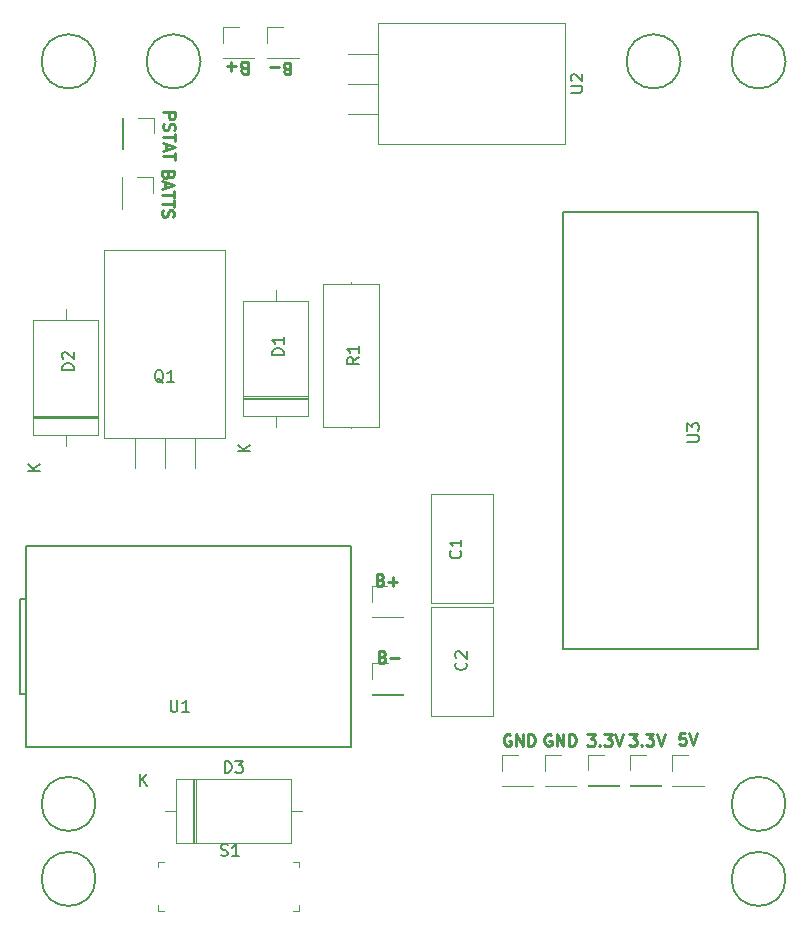
<source format=gbr>
G04 #@! TF.GenerationSoftware,KiCad,Pcbnew,5.0.2+dfsg1-1~bpo9+1*
G04 #@! TF.CreationDate,2019-02-15T20:18:05-06:00*
G04 #@! TF.ProjectId,BatteryBoard,42617474-6572-4794-926f-6172642e6b69,rev?*
G04 #@! TF.SameCoordinates,Original*
G04 #@! TF.FileFunction,Legend,Top*
G04 #@! TF.FilePolarity,Positive*
%FSLAX46Y46*%
G04 Gerber Fmt 4.6, Leading zero omitted, Abs format (unit mm)*
G04 Created by KiCad (PCBNEW 5.0.2+dfsg1-1~bpo9+1) date vie 15 feb 2019 20:18:05 CST*
%MOMM*%
%LPD*%
G01*
G04 APERTURE LIST*
%ADD10C,0.240000*%
%ADD11C,0.250000*%
%ADD12C,0.200000*%
%ADD13C,0.150000*%
%ADD14C,0.120000*%
%ADD15C,0.100000*%
G04 APERTURE END LIST*
D10*
X112434619Y-74290228D02*
X112291761Y-74242609D01*
X112244142Y-74194990D01*
X112196523Y-74099752D01*
X112196523Y-73956895D01*
X112244142Y-73861657D01*
X112291761Y-73814038D01*
X112387000Y-73766419D01*
X112767952Y-73766419D01*
X112767952Y-74766419D01*
X112434619Y-74766419D01*
X112339380Y-74718800D01*
X112291761Y-74671180D01*
X112244142Y-74575942D01*
X112244142Y-74480704D01*
X112291761Y-74385466D01*
X112339380Y-74337847D01*
X112434619Y-74290228D01*
X112767952Y-74290228D01*
X111767952Y-74147371D02*
X111006047Y-74147371D01*
X108802419Y-74214028D02*
X108659561Y-74166409D01*
X108611942Y-74118790D01*
X108564323Y-74023552D01*
X108564323Y-73880695D01*
X108611942Y-73785457D01*
X108659561Y-73737838D01*
X108754800Y-73690219D01*
X109135752Y-73690219D01*
X109135752Y-74690219D01*
X108802419Y-74690219D01*
X108707180Y-74642600D01*
X108659561Y-74594980D01*
X108611942Y-74499742D01*
X108611942Y-74404504D01*
X108659561Y-74309266D01*
X108707180Y-74261647D01*
X108802419Y-74214028D01*
X109135752Y-74214028D01*
X108135752Y-74071171D02*
X107373847Y-74071171D01*
X107754800Y-73690219D02*
X107754800Y-74452123D01*
X120572280Y-124071071D02*
X120715138Y-124118690D01*
X120762757Y-124166309D01*
X120810376Y-124261547D01*
X120810376Y-124404404D01*
X120762757Y-124499642D01*
X120715138Y-124547261D01*
X120619900Y-124594880D01*
X120238947Y-124594880D01*
X120238947Y-123594880D01*
X120572280Y-123594880D01*
X120667519Y-123642500D01*
X120715138Y-123690119D01*
X120762757Y-123785357D01*
X120762757Y-123880595D01*
X120715138Y-123975833D01*
X120667519Y-124023452D01*
X120572280Y-124071071D01*
X120238947Y-124071071D01*
X121238947Y-124213928D02*
X122000852Y-124213928D01*
X120394480Y-117555971D02*
X120537338Y-117603590D01*
X120584957Y-117651209D01*
X120632576Y-117746447D01*
X120632576Y-117889304D01*
X120584957Y-117984542D01*
X120537338Y-118032161D01*
X120442100Y-118079780D01*
X120061147Y-118079780D01*
X120061147Y-117079780D01*
X120394480Y-117079780D01*
X120489719Y-117127400D01*
X120537338Y-117175019D01*
X120584957Y-117270257D01*
X120584957Y-117365495D01*
X120537338Y-117460733D01*
X120489719Y-117508352D01*
X120394480Y-117555971D01*
X120061147Y-117555971D01*
X121061147Y-117698828D02*
X121823052Y-117698828D01*
X121442100Y-118079780D02*
X121442100Y-117317876D01*
D11*
X102420728Y-83266161D02*
X102373109Y-83409019D01*
X102325490Y-83456638D01*
X102230252Y-83504257D01*
X102087395Y-83504257D01*
X101992157Y-83456638D01*
X101944538Y-83409019D01*
X101896919Y-83313780D01*
X101896919Y-82932828D01*
X102896919Y-82932828D01*
X102896919Y-83266161D01*
X102849300Y-83361400D01*
X102801680Y-83409019D01*
X102706442Y-83456638D01*
X102611204Y-83456638D01*
X102515966Y-83409019D01*
X102468347Y-83361400D01*
X102420728Y-83266161D01*
X102420728Y-82932828D01*
X102182633Y-83885209D02*
X102182633Y-84361400D01*
X101896919Y-83789971D02*
X102896919Y-84123304D01*
X101896919Y-84456638D01*
X102896919Y-84647114D02*
X102896919Y-85218542D01*
X101896919Y-84932828D02*
X102896919Y-84932828D01*
X102896919Y-85409019D02*
X102896919Y-85980447D01*
X101896919Y-85694733D02*
X102896919Y-85694733D01*
X101944538Y-86266161D02*
X101896919Y-86409019D01*
X101896919Y-86647114D01*
X101944538Y-86742352D01*
X101992157Y-86789971D01*
X102087395Y-86837590D01*
X102182633Y-86837590D01*
X102277871Y-86789971D01*
X102325490Y-86742352D01*
X102373109Y-86647114D01*
X102420728Y-86456638D01*
X102468347Y-86361400D01*
X102515966Y-86313780D01*
X102611204Y-86266161D01*
X102706442Y-86266161D01*
X102801680Y-86313780D01*
X102849300Y-86361400D01*
X102896919Y-86456638D01*
X102896919Y-86694733D01*
X102849300Y-86837590D01*
X101985819Y-77979828D02*
X102985819Y-77979828D01*
X102985819Y-78360780D01*
X102938200Y-78456019D01*
X102890580Y-78503638D01*
X102795342Y-78551257D01*
X102652485Y-78551257D01*
X102557247Y-78503638D01*
X102509628Y-78456019D01*
X102462009Y-78360780D01*
X102462009Y-77979828D01*
X102033438Y-78932209D02*
X101985819Y-79075066D01*
X101985819Y-79313161D01*
X102033438Y-79408400D01*
X102081057Y-79456019D01*
X102176295Y-79503638D01*
X102271533Y-79503638D01*
X102366771Y-79456019D01*
X102414390Y-79408400D01*
X102462009Y-79313161D01*
X102509628Y-79122685D01*
X102557247Y-79027447D01*
X102604866Y-78979828D01*
X102700104Y-78932209D01*
X102795342Y-78932209D01*
X102890580Y-78979828D01*
X102938200Y-79027447D01*
X102985819Y-79122685D01*
X102985819Y-79360780D01*
X102938200Y-79503638D01*
X102985819Y-79789352D02*
X102985819Y-80360780D01*
X101985819Y-80075066D02*
X102985819Y-80075066D01*
X102271533Y-80646495D02*
X102271533Y-81122685D01*
X101985819Y-80551257D02*
X102985819Y-80884590D01*
X101985819Y-81217923D01*
X102985819Y-81408400D02*
X102985819Y-81979828D01*
X101985819Y-81694114D02*
X102985819Y-81694114D01*
D12*
X96269525Y-136525000D02*
G75*
G03X96269525Y-136525000I-2289525J0D01*
G01*
X96269525Y-142875000D02*
G75*
G03X96269525Y-142875000I-2289525J0D01*
G01*
X154689525Y-142875000D02*
G75*
G03X154689525Y-142875000I-2289525J0D01*
G01*
X154689525Y-136525000D02*
G75*
G03X154689525Y-136525000I-2289525J0D01*
G01*
X96269525Y-73660000D02*
G75*
G03X96269525Y-73660000I-2289525J0D01*
G01*
X105159525Y-73660000D02*
G75*
G03X105159525Y-73660000I-2289525J0D01*
G01*
X154689525Y-73660000D02*
G75*
G03X154689525Y-73660000I-2289525J0D01*
G01*
X145799525Y-73660000D02*
G75*
G03X145799525Y-73660000I-2289525J0D01*
G01*
D11*
X131381595Y-130665600D02*
X131286357Y-130617980D01*
X131143500Y-130617980D01*
X131000642Y-130665600D01*
X130905404Y-130760838D01*
X130857785Y-130856076D01*
X130810166Y-131046552D01*
X130810166Y-131189409D01*
X130857785Y-131379885D01*
X130905404Y-131475123D01*
X131000642Y-131570361D01*
X131143500Y-131617980D01*
X131238738Y-131617980D01*
X131381595Y-131570361D01*
X131429214Y-131522742D01*
X131429214Y-131189409D01*
X131238738Y-131189409D01*
X131857785Y-131617980D02*
X131857785Y-130617980D01*
X132429214Y-131617980D01*
X132429214Y-130617980D01*
X132905404Y-131617980D02*
X132905404Y-130617980D01*
X133143500Y-130617980D01*
X133286357Y-130665600D01*
X133381595Y-130760838D01*
X133429214Y-130856076D01*
X133476833Y-131046552D01*
X133476833Y-131189409D01*
X133429214Y-131379885D01*
X133381595Y-131475123D01*
X133286357Y-131570361D01*
X133143500Y-131617980D01*
X132905404Y-131617980D01*
X134835995Y-130652900D02*
X134740757Y-130605280D01*
X134597900Y-130605280D01*
X134455042Y-130652900D01*
X134359804Y-130748138D01*
X134312185Y-130843376D01*
X134264566Y-131033852D01*
X134264566Y-131176709D01*
X134312185Y-131367185D01*
X134359804Y-131462423D01*
X134455042Y-131557661D01*
X134597900Y-131605280D01*
X134693138Y-131605280D01*
X134835995Y-131557661D01*
X134883614Y-131510042D01*
X134883614Y-131176709D01*
X134693138Y-131176709D01*
X135312185Y-131605280D02*
X135312185Y-130605280D01*
X135883614Y-131605280D01*
X135883614Y-130605280D01*
X136359804Y-131605280D02*
X136359804Y-130605280D01*
X136597900Y-130605280D01*
X136740757Y-130652900D01*
X136835995Y-130748138D01*
X136883614Y-130843376D01*
X136931233Y-131033852D01*
X136931233Y-131176709D01*
X136883614Y-131367185D01*
X136835995Y-131462423D01*
X136740757Y-131557661D01*
X136597900Y-131605280D01*
X136359804Y-131605280D01*
X146202423Y-130529080D02*
X145726233Y-130529080D01*
X145678614Y-131005271D01*
X145726233Y-130957652D01*
X145821471Y-130910033D01*
X146059566Y-130910033D01*
X146154804Y-130957652D01*
X146202423Y-131005271D01*
X146250042Y-131100509D01*
X146250042Y-131338604D01*
X146202423Y-131433842D01*
X146154804Y-131481461D01*
X146059566Y-131529080D01*
X145821471Y-131529080D01*
X145726233Y-131481461D01*
X145678614Y-131433842D01*
X146535757Y-130529080D02*
X146869090Y-131529080D01*
X147202423Y-130529080D01*
X137906309Y-130643380D02*
X138525357Y-130643380D01*
X138192023Y-131024333D01*
X138334880Y-131024333D01*
X138430119Y-131071952D01*
X138477738Y-131119571D01*
X138525357Y-131214809D01*
X138525357Y-131452904D01*
X138477738Y-131548142D01*
X138430119Y-131595761D01*
X138334880Y-131643380D01*
X138049166Y-131643380D01*
X137953928Y-131595761D01*
X137906309Y-131548142D01*
X138953928Y-131548142D02*
X139001547Y-131595761D01*
X138953928Y-131643380D01*
X138906309Y-131595761D01*
X138953928Y-131548142D01*
X138953928Y-131643380D01*
X139334880Y-130643380D02*
X139953928Y-130643380D01*
X139620595Y-131024333D01*
X139763452Y-131024333D01*
X139858690Y-131071952D01*
X139906309Y-131119571D01*
X139953928Y-131214809D01*
X139953928Y-131452904D01*
X139906309Y-131548142D01*
X139858690Y-131595761D01*
X139763452Y-131643380D01*
X139477738Y-131643380D01*
X139382500Y-131595761D01*
X139334880Y-131548142D01*
X140239642Y-130643380D02*
X140572976Y-131643380D01*
X140906309Y-130643380D01*
X141449609Y-130605280D02*
X142068657Y-130605280D01*
X141735323Y-130986233D01*
X141878180Y-130986233D01*
X141973419Y-131033852D01*
X142021038Y-131081471D01*
X142068657Y-131176709D01*
X142068657Y-131414804D01*
X142021038Y-131510042D01*
X141973419Y-131557661D01*
X141878180Y-131605280D01*
X141592466Y-131605280D01*
X141497228Y-131557661D01*
X141449609Y-131510042D01*
X142497228Y-131510042D02*
X142544847Y-131557661D01*
X142497228Y-131605280D01*
X142449609Y-131557661D01*
X142497228Y-131510042D01*
X142497228Y-131605280D01*
X142878180Y-130605280D02*
X143497228Y-130605280D01*
X143163895Y-130986233D01*
X143306752Y-130986233D01*
X143401990Y-131033852D01*
X143449609Y-131081471D01*
X143497228Y-131176709D01*
X143497228Y-131414804D01*
X143449609Y-131510042D01*
X143401990Y-131557661D01*
X143306752Y-131605280D01*
X143021038Y-131605280D01*
X142925800Y-131557661D01*
X142878180Y-131510042D01*
X143782942Y-130605280D02*
X144116276Y-131605280D01*
X144449609Y-130605280D01*
D13*
G04 #@! TO.C,U3*
X152344200Y-86422700D02*
X135844200Y-86422700D01*
X152344200Y-123422700D02*
X135844200Y-123422700D01*
X152344200Y-123422700D02*
X152344200Y-86422700D01*
X135844200Y-123422700D02*
X135844200Y-86422700D01*
G04 #@! TO.C,U1*
X117878000Y-114690000D02*
X117878000Y-131690000D01*
X90378000Y-114690000D02*
X90378000Y-131690000D01*
X90378000Y-131690000D02*
X117878000Y-131690000D01*
X90378000Y-114690000D02*
X117878000Y-114690000D01*
X90378000Y-127190000D02*
X89878000Y-127190000D01*
X89878000Y-127190000D02*
X89878000Y-119190000D01*
X89878000Y-119190000D02*
X90378000Y-119190000D01*
D14*
G04 #@! TO.C,C1*
X129912100Y-110275000D02*
X129912100Y-119515000D01*
X124672100Y-110275000D02*
X124672100Y-119515000D01*
X129912100Y-110275000D02*
X124672100Y-110275000D01*
X129912100Y-119515000D02*
X124672100Y-119515000D01*
G04 #@! TO.C,C2*
X124710200Y-129056500D02*
X124710200Y-119816500D01*
X129950200Y-129056500D02*
X129950200Y-119816500D01*
X124710200Y-129056500D02*
X129950200Y-129056500D01*
X124710200Y-119816500D02*
X129950200Y-119816500D01*
G04 #@! TO.C,D1*
X108786000Y-102251000D02*
X114226000Y-102251000D01*
X108786000Y-102011000D02*
X114226000Y-102011000D01*
X108786000Y-102131000D02*
X114226000Y-102131000D01*
X111506000Y-93026000D02*
X111506000Y-93936000D01*
X111506000Y-104586000D02*
X111506000Y-103676000D01*
X108786000Y-93936000D02*
X108786000Y-103676000D01*
X114226000Y-93936000D02*
X108786000Y-93936000D01*
X114226000Y-103676000D02*
X114226000Y-93936000D01*
X108786000Y-103676000D02*
X114226000Y-103676000D01*
G04 #@! TO.C,J1*
X141506900Y-132350200D02*
X142836900Y-132350200D01*
X141506900Y-133680200D02*
X141506900Y-132350200D01*
X141506900Y-134950200D02*
X144166900Y-134950200D01*
X144166900Y-134950200D02*
X144166900Y-135010200D01*
X141506900Y-134950200D02*
X141506900Y-135010200D01*
X141506900Y-135010200D02*
X144166900Y-135010200D01*
G04 #@! TO.C,J2*
X137950900Y-132350200D02*
X139280900Y-132350200D01*
X137950900Y-133680200D02*
X137950900Y-132350200D01*
X137950900Y-134950200D02*
X140610900Y-134950200D01*
X140610900Y-134950200D02*
X140610900Y-135010200D01*
X137950900Y-134950200D02*
X137950900Y-135010200D01*
X137950900Y-135010200D02*
X140610900Y-135010200D01*
G04 #@! TO.C,J3*
X145101000Y-132388300D02*
X146431000Y-132388300D01*
X145101000Y-133718300D02*
X145101000Y-132388300D01*
X145101000Y-134988300D02*
X147761000Y-134988300D01*
X147761000Y-134988300D02*
X147761000Y-135048300D01*
X145101000Y-134988300D02*
X145101000Y-135048300D01*
X145101000Y-135048300D02*
X147761000Y-135048300D01*
G04 #@! TO.C,J4*
X130675101Y-132379401D02*
X132005101Y-132379401D01*
X130675101Y-133709401D02*
X130675101Y-132379401D01*
X130675101Y-134979401D02*
X133335101Y-134979401D01*
X133335101Y-134979401D02*
X133335101Y-135039401D01*
X130675101Y-134979401D02*
X130675101Y-135039401D01*
X130675101Y-135039401D02*
X133335101Y-135039401D01*
G04 #@! TO.C,J5*
X134325101Y-132379401D02*
X135655101Y-132379401D01*
X134325101Y-133709401D02*
X134325101Y-132379401D01*
X134325101Y-134979401D02*
X136985101Y-134979401D01*
X136985101Y-134979401D02*
X136985101Y-135039401D01*
X134325101Y-134979401D02*
X134325101Y-135039401D01*
X134325101Y-135039401D02*
X136985101Y-135039401D01*
G04 #@! TO.C,Q1*
X104648000Y-105530000D02*
X104648000Y-108070000D01*
X102108000Y-105530000D02*
X102108000Y-108070000D01*
X99568000Y-105530000D02*
X99568000Y-108070000D01*
X107228000Y-89640000D02*
X107228000Y-105530000D01*
X96988000Y-89640000D02*
X96988000Y-105530000D01*
X96988000Y-89640000D02*
X107228000Y-89640000D01*
X96988000Y-105530000D02*
X107228000Y-105530000D01*
G04 #@! TO.C,R1*
X117856000Y-104732000D02*
X117856000Y-104622000D01*
X117856000Y-92372000D02*
X117856000Y-92482000D01*
X120226000Y-104622000D02*
X120226000Y-92482000D01*
X115486000Y-104622000D02*
X120226000Y-104622000D01*
X115486000Y-92482000D02*
X115486000Y-104622000D01*
X120226000Y-92482000D02*
X115486000Y-92482000D01*
G04 #@! TO.C,U2*
X120149000Y-78079600D02*
X117609000Y-78079600D01*
X120149000Y-75539600D02*
X117609000Y-75539600D01*
X120149000Y-72999600D02*
X117609000Y-72999600D01*
X136039000Y-80659600D02*
X120149000Y-80659600D01*
X136039000Y-70419600D02*
X120149000Y-70419600D01*
X136039000Y-70419600D02*
X136039000Y-80659600D01*
X120149000Y-70419600D02*
X120149000Y-80659600D01*
D15*
G04 #@! TO.C,S1*
X113456000Y-141410000D02*
X112956000Y-141410000D01*
X113456000Y-141410000D02*
X113456000Y-141910000D01*
X101556000Y-141410000D02*
X101556000Y-141910000D01*
X101556000Y-141410000D02*
X102056000Y-141410000D01*
X101556000Y-145610000D02*
X101556000Y-145110000D01*
X101556000Y-145610000D02*
X102056000Y-145610000D01*
X113456000Y-145610000D02*
X113456000Y-145110000D01*
X113456000Y-145610000D02*
X112956000Y-145610000D01*
D14*
G04 #@! TO.C,D2*
X91006000Y-105314300D02*
X96446000Y-105314300D01*
X96446000Y-105314300D02*
X96446000Y-95574300D01*
X96446000Y-95574300D02*
X91006000Y-95574300D01*
X91006000Y-95574300D02*
X91006000Y-105314300D01*
X93726000Y-106224300D02*
X93726000Y-105314300D01*
X93726000Y-94664300D02*
X93726000Y-95574300D01*
X91006000Y-103769300D02*
X96446000Y-103769300D01*
X91006000Y-103649300D02*
X96446000Y-103649300D01*
X91006000Y-103889300D02*
X96446000Y-103889300D01*
G04 #@! TO.C,D3*
X104505000Y-134440000D02*
X104505000Y-139880000D01*
X104745000Y-134440000D02*
X104745000Y-139880000D01*
X104625000Y-134440000D02*
X104625000Y-139880000D01*
X113730000Y-137160000D02*
X112820000Y-137160000D01*
X102170000Y-137160000D02*
X103080000Y-137160000D01*
X112820000Y-134440000D02*
X103080000Y-134440000D01*
X112820000Y-139880000D02*
X112820000Y-134440000D01*
X103080000Y-139880000D02*
X112820000Y-139880000D01*
X103080000Y-134440000D02*
X103080000Y-139880000D01*
G04 #@! TO.C,J6*
X101202800Y-78426000D02*
X101202800Y-79756000D01*
X99872800Y-78426000D02*
X101202800Y-78426000D01*
X98602800Y-78426000D02*
X98602800Y-81086000D01*
X98602800Y-81086000D02*
X98542800Y-81086000D01*
X98602800Y-78426000D02*
X98542800Y-78426000D01*
X98542800Y-78426000D02*
X98542800Y-81086000D01*
G04 #@! TO.C,J7*
X107051800Y-73402500D02*
X109711800Y-73402500D01*
X107051800Y-73342500D02*
X107051800Y-73402500D01*
X109711800Y-73342500D02*
X109711800Y-73402500D01*
X107051800Y-73342500D02*
X109711800Y-73342500D01*
X107051800Y-72072500D02*
X107051800Y-70742500D01*
X107051800Y-70742500D02*
X108381800Y-70742500D01*
G04 #@! TO.C,J8*
X98479300Y-83467900D02*
X98479300Y-86127900D01*
X98539300Y-83467900D02*
X98479300Y-83467900D01*
X98539300Y-86127900D02*
X98479300Y-86127900D01*
X98539300Y-83467900D02*
X98539300Y-86127900D01*
X99809300Y-83467900D02*
X101139300Y-83467900D01*
X101139300Y-83467900D02*
X101139300Y-84797900D01*
G04 #@! TO.C,J9*
X110798300Y-70742500D02*
X112128300Y-70742500D01*
X110798300Y-72072500D02*
X110798300Y-70742500D01*
X110798300Y-73342500D02*
X113458300Y-73342500D01*
X113458300Y-73342500D02*
X113458300Y-73402500D01*
X110798300Y-73342500D02*
X110798300Y-73402500D01*
X110798300Y-73402500D02*
X113458300Y-73402500D01*
G04 #@! TO.C,J10*
X119637500Y-118075400D02*
X120967500Y-118075400D01*
X119637500Y-119405400D02*
X119637500Y-118075400D01*
X119637500Y-120675400D02*
X122297500Y-120675400D01*
X122297500Y-120675400D02*
X122297500Y-120735400D01*
X119637500Y-120675400D02*
X119637500Y-120735400D01*
X119637500Y-120735400D02*
X122297500Y-120735400D01*
G04 #@! TO.C,J11*
X119675600Y-127288600D02*
X122335600Y-127288600D01*
X119675600Y-127228600D02*
X119675600Y-127288600D01*
X122335600Y-127228600D02*
X122335600Y-127288600D01*
X119675600Y-127228600D02*
X122335600Y-127228600D01*
X119675600Y-125958600D02*
X119675600Y-124628600D01*
X119675600Y-124628600D02*
X121005600Y-124628600D01*
G04 #@! TO.C,U3*
D13*
X146346580Y-105884604D02*
X147156104Y-105884604D01*
X147251342Y-105836985D01*
X147298961Y-105789366D01*
X147346580Y-105694128D01*
X147346580Y-105503652D01*
X147298961Y-105408414D01*
X147251342Y-105360795D01*
X147156104Y-105313176D01*
X146346580Y-105313176D01*
X146346580Y-104932223D02*
X146346580Y-104313176D01*
X146727533Y-104646509D01*
X146727533Y-104503652D01*
X146775152Y-104408414D01*
X146822771Y-104360795D01*
X146918009Y-104313176D01*
X147156104Y-104313176D01*
X147251342Y-104360795D01*
X147298961Y-104408414D01*
X147346580Y-104503652D01*
X147346580Y-104789366D01*
X147298961Y-104884604D01*
X147251342Y-104932223D01*
G04 #@! TO.C,U1*
X102616095Y-127722380D02*
X102616095Y-128531904D01*
X102663714Y-128627142D01*
X102711333Y-128674761D01*
X102806571Y-128722380D01*
X102997047Y-128722380D01*
X103092285Y-128674761D01*
X103139904Y-128627142D01*
X103187523Y-128531904D01*
X103187523Y-127722380D01*
X104187523Y-128722380D02*
X103616095Y-128722380D01*
X103901809Y-128722380D02*
X103901809Y-127722380D01*
X103806571Y-127865238D01*
X103711333Y-127960476D01*
X103616095Y-128008095D01*
G04 #@! TO.C,C1*
X127141242Y-115101666D02*
X127188861Y-115149285D01*
X127236480Y-115292142D01*
X127236480Y-115387380D01*
X127188861Y-115530238D01*
X127093623Y-115625476D01*
X126998385Y-115673095D01*
X126807909Y-115720714D01*
X126665052Y-115720714D01*
X126474576Y-115673095D01*
X126379338Y-115625476D01*
X126284100Y-115530238D01*
X126236480Y-115387380D01*
X126236480Y-115292142D01*
X126284100Y-115149285D01*
X126331719Y-115101666D01*
X127236480Y-114149285D02*
X127236480Y-114720714D01*
X127236480Y-114435000D02*
X126236480Y-114435000D01*
X126379338Y-114530238D01*
X126474576Y-114625476D01*
X126522195Y-114720714D01*
G04 #@! TO.C,C2*
X127623842Y-124563166D02*
X127671461Y-124610785D01*
X127719080Y-124753642D01*
X127719080Y-124848880D01*
X127671461Y-124991738D01*
X127576223Y-125086976D01*
X127480985Y-125134595D01*
X127290509Y-125182214D01*
X127147652Y-125182214D01*
X126957176Y-125134595D01*
X126861938Y-125086976D01*
X126766700Y-124991738D01*
X126719080Y-124848880D01*
X126719080Y-124753642D01*
X126766700Y-124610785D01*
X126814319Y-124563166D01*
X126814319Y-124182214D02*
X126766700Y-124134595D01*
X126719080Y-124039357D01*
X126719080Y-123801261D01*
X126766700Y-123706023D01*
X126814319Y-123658404D01*
X126909557Y-123610785D01*
X127004795Y-123610785D01*
X127147652Y-123658404D01*
X127719080Y-124229833D01*
X127719080Y-123610785D01*
G04 #@! TO.C,D1*
X112212380Y-98528095D02*
X111212380Y-98528095D01*
X111212380Y-98290000D01*
X111260000Y-98147142D01*
X111355238Y-98051904D01*
X111450476Y-98004285D01*
X111640952Y-97956666D01*
X111783809Y-97956666D01*
X111974285Y-98004285D01*
X112069523Y-98051904D01*
X112164761Y-98147142D01*
X112212380Y-98290000D01*
X112212380Y-98528095D01*
X112212380Y-97004285D02*
X112212380Y-97575714D01*
X112212380Y-97290000D02*
X111212380Y-97290000D01*
X111355238Y-97385238D01*
X111450476Y-97480476D01*
X111498095Y-97575714D01*
X109358380Y-106687904D02*
X108358380Y-106687904D01*
X109358380Y-106116476D02*
X108786952Y-106545047D01*
X108358380Y-106116476D02*
X108929809Y-106687904D01*
G04 #@! TO.C,Q1*
X102012761Y-100877619D02*
X101917523Y-100830000D01*
X101822285Y-100734761D01*
X101679428Y-100591904D01*
X101584190Y-100544285D01*
X101488952Y-100544285D01*
X101536571Y-100782380D02*
X101441333Y-100734761D01*
X101346095Y-100639523D01*
X101298476Y-100449047D01*
X101298476Y-100115714D01*
X101346095Y-99925238D01*
X101441333Y-99830000D01*
X101536571Y-99782380D01*
X101727047Y-99782380D01*
X101822285Y-99830000D01*
X101917523Y-99925238D01*
X101965142Y-100115714D01*
X101965142Y-100449047D01*
X101917523Y-100639523D01*
X101822285Y-100734761D01*
X101727047Y-100782380D01*
X101536571Y-100782380D01*
X102917523Y-100782380D02*
X102346095Y-100782380D01*
X102631809Y-100782380D02*
X102631809Y-99782380D01*
X102536571Y-99925238D01*
X102441333Y-100020476D01*
X102346095Y-100068095D01*
G04 #@! TO.C,R1*
X118562380Y-98718666D02*
X118086190Y-99052000D01*
X118562380Y-99290095D02*
X117562380Y-99290095D01*
X117562380Y-98909142D01*
X117610000Y-98813904D01*
X117657619Y-98766285D01*
X117752857Y-98718666D01*
X117895714Y-98718666D01*
X117990952Y-98766285D01*
X118038571Y-98813904D01*
X118086190Y-98909142D01*
X118086190Y-99290095D01*
X118562380Y-97766285D02*
X118562380Y-98337714D01*
X118562380Y-98052000D02*
X117562380Y-98052000D01*
X117705238Y-98147238D01*
X117800476Y-98242476D01*
X117848095Y-98337714D01*
G04 #@! TO.C,U2*
X136491380Y-76301504D02*
X137300904Y-76301504D01*
X137396142Y-76253885D01*
X137443761Y-76206266D01*
X137491380Y-76111028D01*
X137491380Y-75920552D01*
X137443761Y-75825314D01*
X137396142Y-75777695D01*
X137300904Y-75730076D01*
X136491380Y-75730076D01*
X136586619Y-75301504D02*
X136539000Y-75253885D01*
X136491380Y-75158647D01*
X136491380Y-74920552D01*
X136539000Y-74825314D01*
X136586619Y-74777695D01*
X136681857Y-74730076D01*
X136777095Y-74730076D01*
X136919952Y-74777695D01*
X137491380Y-75349123D01*
X137491380Y-74730076D01*
G04 #@! TO.C,S1*
X106884095Y-140894761D02*
X107026952Y-140942380D01*
X107265047Y-140942380D01*
X107360285Y-140894761D01*
X107407904Y-140847142D01*
X107455523Y-140751904D01*
X107455523Y-140656666D01*
X107407904Y-140561428D01*
X107360285Y-140513809D01*
X107265047Y-140466190D01*
X107074571Y-140418571D01*
X106979333Y-140370952D01*
X106931714Y-140323333D01*
X106884095Y-140228095D01*
X106884095Y-140132857D01*
X106931714Y-140037619D01*
X106979333Y-139990000D01*
X107074571Y-139942380D01*
X107312666Y-139942380D01*
X107455523Y-139990000D01*
X108407904Y-140942380D02*
X107836476Y-140942380D01*
X108122190Y-140942380D02*
X108122190Y-139942380D01*
X108026952Y-140085238D01*
X107931714Y-140180476D01*
X107836476Y-140228095D01*
G04 #@! TO.C,D2*
X94432380Y-99798095D02*
X93432380Y-99798095D01*
X93432380Y-99560000D01*
X93480000Y-99417142D01*
X93575238Y-99321904D01*
X93670476Y-99274285D01*
X93860952Y-99226666D01*
X94003809Y-99226666D01*
X94194285Y-99274285D01*
X94289523Y-99321904D01*
X94384761Y-99417142D01*
X94432380Y-99560000D01*
X94432380Y-99798095D01*
X93527619Y-98845714D02*
X93480000Y-98798095D01*
X93432380Y-98702857D01*
X93432380Y-98464761D01*
X93480000Y-98369523D01*
X93527619Y-98321904D01*
X93622857Y-98274285D01*
X93718095Y-98274285D01*
X93860952Y-98321904D01*
X94432380Y-98893333D01*
X94432380Y-98274285D01*
X91578380Y-108326204D02*
X90578380Y-108326204D01*
X91578380Y-107754776D02*
X91006952Y-108183347D01*
X90578380Y-107754776D02*
X91149809Y-108326204D01*
G04 #@! TO.C,D3*
X107211904Y-133892380D02*
X107211904Y-132892380D01*
X107450000Y-132892380D01*
X107592857Y-132940000D01*
X107688095Y-133035238D01*
X107735714Y-133130476D01*
X107783333Y-133320952D01*
X107783333Y-133463809D01*
X107735714Y-133654285D01*
X107688095Y-133749523D01*
X107592857Y-133844761D01*
X107450000Y-133892380D01*
X107211904Y-133892380D01*
X108116666Y-132892380D02*
X108735714Y-132892380D01*
X108402380Y-133273333D01*
X108545238Y-133273333D01*
X108640476Y-133320952D01*
X108688095Y-133368571D01*
X108735714Y-133463809D01*
X108735714Y-133701904D01*
X108688095Y-133797142D01*
X108640476Y-133844761D01*
X108545238Y-133892380D01*
X108259523Y-133892380D01*
X108164285Y-133844761D01*
X108116666Y-133797142D01*
X100068095Y-135012380D02*
X100068095Y-134012380D01*
X100639523Y-135012380D02*
X100210952Y-134440952D01*
X100639523Y-134012380D02*
X100068095Y-134583809D01*
G04 #@! TD*
M02*

</source>
